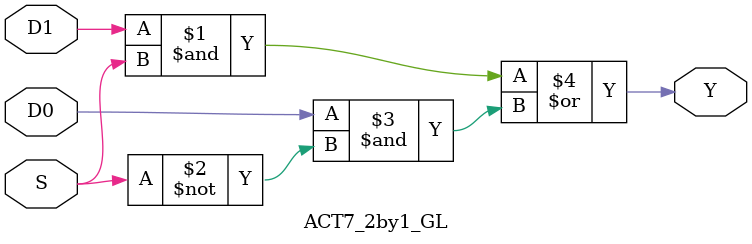
<source format=v>
module ACT7_2by1_GL(Y, D1, D0, S);
input D1, D0, S;
output Y;
assign Y = (D1 & S) | (D0 & ~S);
endmodule
</source>
